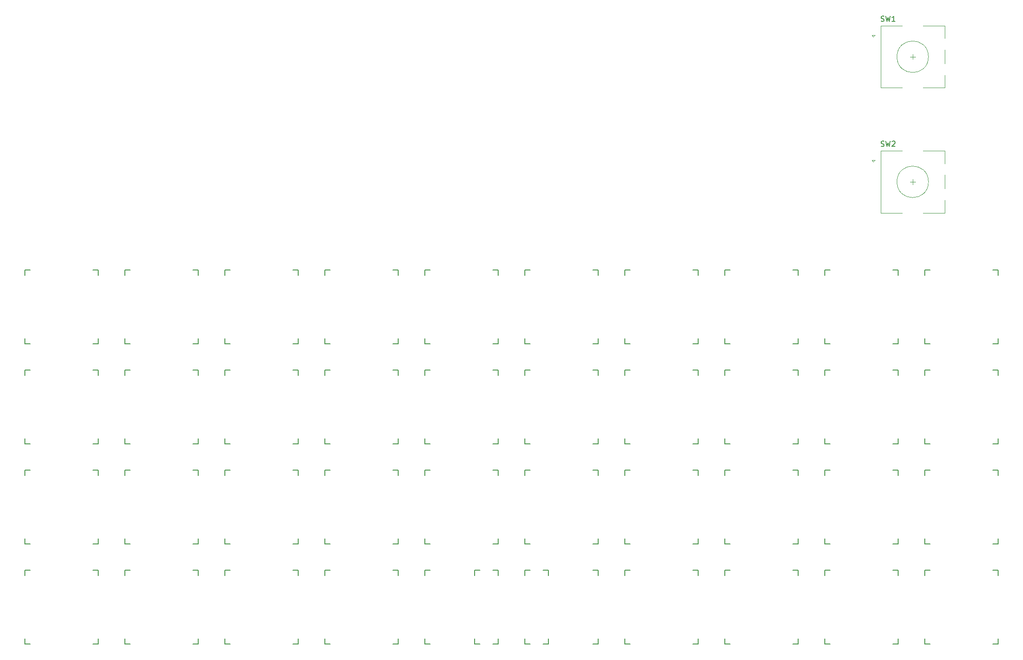
<source format=gbr>
%TF.GenerationSoftware,KiCad,Pcbnew,(6.0.4-0)*%
%TF.CreationDate,2022-09-25T09:44:29-05:00*%
%TF.ProjectId,mekko5X,6d656b6b-6f35-4582-9e6b-696361645f70,rev?*%
%TF.SameCoordinates,Original*%
%TF.FileFunction,Legend,Top*%
%TF.FilePolarity,Positive*%
%FSLAX46Y46*%
G04 Gerber Fmt 4.6, Leading zero omitted, Abs format (unit mm)*
G04 Created by KiCad (PCBNEW (6.0.4-0)) date 2022-09-25 09:44:29*
%MOMM*%
%LPD*%
G01*
G04 APERTURE LIST*
%ADD10C,0.150000*%
%ADD11C,0.120000*%
G04 APERTURE END LIST*
D10*
%TO.C,SW1*%
X178366666Y-20192261D02*
X178509523Y-20239880D01*
X178747619Y-20239880D01*
X178842857Y-20192261D01*
X178890476Y-20144642D01*
X178938095Y-20049404D01*
X178938095Y-19954166D01*
X178890476Y-19858928D01*
X178842857Y-19811309D01*
X178747619Y-19763690D01*
X178557142Y-19716071D01*
X178461904Y-19668452D01*
X178414285Y-19620833D01*
X178366666Y-19525595D01*
X178366666Y-19430357D01*
X178414285Y-19335119D01*
X178461904Y-19287500D01*
X178557142Y-19239880D01*
X178795238Y-19239880D01*
X178938095Y-19287500D01*
X179271428Y-19239880D02*
X179509523Y-20239880D01*
X179700000Y-19525595D01*
X179890476Y-20239880D01*
X180128571Y-19239880D01*
X181033333Y-20239880D02*
X180461904Y-20239880D01*
X180747619Y-20239880D02*
X180747619Y-19239880D01*
X180652380Y-19382738D01*
X180557142Y-19477976D01*
X180461904Y-19525595D01*
%TO.C,SW2*%
X178366666Y-44004761D02*
X178509523Y-44052380D01*
X178747619Y-44052380D01*
X178842857Y-44004761D01*
X178890476Y-43957142D01*
X178938095Y-43861904D01*
X178938095Y-43766666D01*
X178890476Y-43671428D01*
X178842857Y-43623809D01*
X178747619Y-43576190D01*
X178557142Y-43528571D01*
X178461904Y-43480952D01*
X178414285Y-43433333D01*
X178366666Y-43338095D01*
X178366666Y-43242857D01*
X178414285Y-43147619D01*
X178461904Y-43100000D01*
X178557142Y-43052380D01*
X178795238Y-43052380D01*
X178938095Y-43100000D01*
X179271428Y-43052380D02*
X179509523Y-44052380D01*
X179700000Y-43338095D01*
X179890476Y-44052380D01*
X180128571Y-43052380D01*
X180461904Y-43147619D02*
X180509523Y-43100000D01*
X180604761Y-43052380D01*
X180842857Y-43052380D01*
X180938095Y-43100000D01*
X180985714Y-43147619D01*
X181033333Y-43242857D01*
X181033333Y-43338095D01*
X180985714Y-43480952D01*
X180414285Y-44052380D01*
X181033333Y-44052380D01*
%TO.C,SW35*%
X67325000Y-124762500D02*
X67325000Y-125762500D01*
X54325000Y-124762500D02*
X53325000Y-124762500D01*
X67325000Y-137762500D02*
X67325000Y-138762500D01*
X53325000Y-125762500D02*
X53325000Y-124762500D01*
X67325000Y-124762500D02*
X66325000Y-124762500D01*
X53325000Y-138762500D02*
X53325000Y-137762500D01*
X53325000Y-138762500D02*
X54325000Y-138762500D01*
X66325000Y-138762500D02*
X67325000Y-138762500D01*
%TO.C,SW26*%
X72375000Y-119712500D02*
X73375000Y-119712500D01*
X86375000Y-105712500D02*
X86375000Y-106712500D01*
X72375000Y-119712500D02*
X72375000Y-118712500D01*
X86375000Y-118712500D02*
X86375000Y-119712500D01*
X73375000Y-105712500D02*
X72375000Y-105712500D01*
X72375000Y-106712500D02*
X72375000Y-105712500D01*
X86375000Y-105712500D02*
X85375000Y-105712500D01*
X85375000Y-119712500D02*
X86375000Y-119712500D01*
%TO.C,SW24*%
X48275000Y-118712500D02*
X48275000Y-119712500D01*
X34275000Y-106712500D02*
X34275000Y-105712500D01*
X34275000Y-119712500D02*
X35275000Y-119712500D01*
X48275000Y-105712500D02*
X47275000Y-105712500D01*
X35275000Y-105712500D02*
X34275000Y-105712500D01*
X34275000Y-119712500D02*
X34275000Y-118712500D01*
X48275000Y-105712500D02*
X48275000Y-106712500D01*
X47275000Y-119712500D02*
X48275000Y-119712500D01*
%TO.C,SW22*%
X200675000Y-99662500D02*
X200675000Y-100662500D01*
X186675000Y-87662500D02*
X186675000Y-86662500D01*
X200675000Y-86662500D02*
X200675000Y-87662500D01*
X186675000Y-100662500D02*
X186675000Y-99662500D01*
X187675000Y-86662500D02*
X186675000Y-86662500D01*
X199675000Y-100662500D02*
X200675000Y-100662500D01*
X186675000Y-100662500D02*
X187675000Y-100662500D01*
X200675000Y-86662500D02*
X199675000Y-86662500D01*
%TO.C,SW9*%
X129525000Y-81612500D02*
X130525000Y-81612500D01*
X129525000Y-68612500D02*
X129525000Y-67612500D01*
X129525000Y-81612500D02*
X129525000Y-80612500D01*
X143525000Y-67612500D02*
X142525000Y-67612500D01*
X142525000Y-81612500D02*
X143525000Y-81612500D01*
X143525000Y-80612500D02*
X143525000Y-81612500D01*
X143525000Y-67612500D02*
X143525000Y-68612500D01*
X130525000Y-67612500D02*
X129525000Y-67612500D01*
%TO.C,SW18*%
X124475000Y-86662500D02*
X123475000Y-86662500D01*
X123475000Y-100662500D02*
X124475000Y-100662500D01*
X110475000Y-87662500D02*
X110475000Y-86662500D01*
X110475000Y-100662500D02*
X111475000Y-100662500D01*
X124475000Y-86662500D02*
X124475000Y-87662500D01*
X111475000Y-86662500D02*
X110475000Y-86662500D01*
X110475000Y-100662500D02*
X110475000Y-99662500D01*
X124475000Y-99662500D02*
X124475000Y-100662500D01*
%TO.C,SW8*%
X123475000Y-81612500D02*
X124475000Y-81612500D01*
X110475000Y-68612500D02*
X110475000Y-67612500D01*
X124475000Y-67612500D02*
X124475000Y-68612500D01*
X110475000Y-81612500D02*
X111475000Y-81612500D01*
X111475000Y-67612500D02*
X110475000Y-67612500D01*
X124475000Y-80612500D02*
X124475000Y-81612500D01*
X110475000Y-81612500D02*
X110475000Y-80612500D01*
X124475000Y-67612500D02*
X123475000Y-67612500D01*
%TO.C,SW32*%
X186675000Y-119712500D02*
X187675000Y-119712500D01*
X200675000Y-105712500D02*
X200675000Y-106712500D01*
X199675000Y-119712500D02*
X200675000Y-119712500D01*
X200675000Y-105712500D02*
X199675000Y-105712500D01*
X200675000Y-118712500D02*
X200675000Y-119712500D01*
X186675000Y-106712500D02*
X186675000Y-105712500D01*
X187675000Y-105712500D02*
X186675000Y-105712500D01*
X186675000Y-119712500D02*
X186675000Y-118712500D01*
D11*
%TO.C,SW1*%
X190500000Y-25687500D02*
X190500000Y-28287500D01*
X186400000Y-21087500D02*
X190500000Y-21087500D01*
X176900000Y-23187500D02*
X176600000Y-22887500D01*
X190500000Y-30487500D02*
X190500000Y-32887500D01*
X176600000Y-22887500D02*
X177200000Y-22887500D01*
X177200000Y-22887500D02*
X176900000Y-23187500D01*
X182400000Y-32887500D02*
X178300000Y-32887500D01*
X190500000Y-32887500D02*
X186400000Y-32887500D01*
X184400000Y-26487500D02*
X184400000Y-27487500D01*
X190500000Y-21087500D02*
X190500000Y-23487500D01*
X182400000Y-21087500D02*
X178300000Y-21087500D01*
X178300000Y-21087500D02*
X178300000Y-32887500D01*
X183900000Y-26987500D02*
X184900000Y-26987500D01*
X187400000Y-26987500D02*
G75*
G03*
X187400000Y-26987500I-3000000J0D01*
G01*
D10*
%TO.C,SW29*%
X129525000Y-106712500D02*
X129525000Y-105712500D01*
X129525000Y-119712500D02*
X129525000Y-118712500D01*
X143525000Y-105712500D02*
X142525000Y-105712500D01*
X142525000Y-119712500D02*
X143525000Y-119712500D01*
X129525000Y-119712500D02*
X130525000Y-119712500D01*
X130525000Y-105712500D02*
X129525000Y-105712500D01*
X143525000Y-118712500D02*
X143525000Y-119712500D01*
X143525000Y-105712500D02*
X143525000Y-106712500D01*
%TO.C,SW21*%
X167625000Y-100662500D02*
X168625000Y-100662500D01*
X180625000Y-100662500D02*
X181625000Y-100662500D01*
X167625000Y-100662500D02*
X167625000Y-99662500D01*
X181625000Y-99662500D02*
X181625000Y-100662500D01*
X181625000Y-86662500D02*
X181625000Y-87662500D01*
X167625000Y-87662500D02*
X167625000Y-86662500D01*
X168625000Y-86662500D02*
X167625000Y-86662500D01*
X181625000Y-86662500D02*
X180625000Y-86662500D01*
%TO.C,SW5*%
X66325000Y-81612500D02*
X67325000Y-81612500D01*
X67325000Y-67612500D02*
X66325000Y-67612500D01*
X53325000Y-81612500D02*
X54325000Y-81612500D01*
X54325000Y-67612500D02*
X53325000Y-67612500D01*
X53325000Y-68612500D02*
X53325000Y-67612500D01*
X67325000Y-67612500D02*
X67325000Y-68612500D01*
X53325000Y-81612500D02*
X53325000Y-80612500D01*
X67325000Y-80612500D02*
X67325000Y-81612500D01*
%TO.C,SW41*%
X181625000Y-124762500D02*
X180625000Y-124762500D01*
X180625000Y-138762500D02*
X181625000Y-138762500D01*
X167625000Y-138762500D02*
X168625000Y-138762500D01*
X181625000Y-137762500D02*
X181625000Y-138762500D01*
X167625000Y-125762500D02*
X167625000Y-124762500D01*
X181625000Y-124762500D02*
X181625000Y-125762500D01*
X168625000Y-124762500D02*
X167625000Y-124762500D01*
X167625000Y-138762500D02*
X167625000Y-137762500D01*
%TO.C,SW3*%
X15225000Y-68612500D02*
X15225000Y-67612500D01*
X16225000Y-67612500D02*
X15225000Y-67612500D01*
X29225000Y-80612500D02*
X29225000Y-81612500D01*
X15225000Y-81612500D02*
X16225000Y-81612500D01*
X28225000Y-81612500D02*
X29225000Y-81612500D01*
X29225000Y-67612500D02*
X28225000Y-67612500D01*
X15225000Y-81612500D02*
X15225000Y-80612500D01*
X29225000Y-67612500D02*
X29225000Y-68612500D01*
%TO.C,SW42*%
X200675000Y-124762500D02*
X200675000Y-125762500D01*
X199675000Y-138762500D02*
X200675000Y-138762500D01*
X187675000Y-124762500D02*
X186675000Y-124762500D01*
X186675000Y-138762500D02*
X187675000Y-138762500D01*
X186675000Y-138762500D02*
X186675000Y-137762500D01*
X186675000Y-125762500D02*
X186675000Y-124762500D01*
X200675000Y-137762500D02*
X200675000Y-138762500D01*
X200675000Y-124762500D02*
X199675000Y-124762500D01*
%TO.C,SW34*%
X35275000Y-124762500D02*
X34275000Y-124762500D01*
X34275000Y-138762500D02*
X34275000Y-137762500D01*
X48275000Y-137762500D02*
X48275000Y-138762500D01*
X34275000Y-138762500D02*
X35275000Y-138762500D01*
X34275000Y-125762500D02*
X34275000Y-124762500D01*
X48275000Y-124762500D02*
X47275000Y-124762500D01*
X48275000Y-124762500D02*
X48275000Y-125762500D01*
X47275000Y-138762500D02*
X48275000Y-138762500D01*
%TO.C,SW10*%
X161575000Y-81612500D02*
X162575000Y-81612500D01*
X148575000Y-81612500D02*
X148575000Y-80612500D01*
X162575000Y-67612500D02*
X162575000Y-68612500D01*
X149575000Y-67612500D02*
X148575000Y-67612500D01*
X148575000Y-81612500D02*
X149575000Y-81612500D01*
X162575000Y-80612500D02*
X162575000Y-81612500D01*
X148575000Y-68612500D02*
X148575000Y-67612500D01*
X162575000Y-67612500D02*
X161575000Y-67612500D01*
%TO.C,SW30*%
X148575000Y-119712500D02*
X148575000Y-118712500D01*
X161575000Y-119712500D02*
X162575000Y-119712500D01*
X162575000Y-105712500D02*
X162575000Y-106712500D01*
X148575000Y-119712500D02*
X149575000Y-119712500D01*
X162575000Y-118712500D02*
X162575000Y-119712500D01*
X162575000Y-105712500D02*
X161575000Y-105712500D01*
X148575000Y-106712500D02*
X148575000Y-105712500D01*
X149575000Y-105712500D02*
X148575000Y-105712500D01*
%TO.C,SW36*%
X72375000Y-125762500D02*
X72375000Y-124762500D01*
X86375000Y-124762500D02*
X86375000Y-125762500D01*
X72375000Y-138762500D02*
X72375000Y-137762500D01*
X86375000Y-137762500D02*
X86375000Y-138762500D01*
X73375000Y-124762500D02*
X72375000Y-124762500D01*
X72375000Y-138762500D02*
X73375000Y-138762500D01*
X85375000Y-138762500D02*
X86375000Y-138762500D01*
X86375000Y-124762500D02*
X85375000Y-124762500D01*
%TO.C,SW4*%
X48275000Y-67612500D02*
X47275000Y-67612500D01*
X34275000Y-68612500D02*
X34275000Y-67612500D01*
X35275000Y-67612500D02*
X34275000Y-67612500D01*
X34275000Y-81612500D02*
X34275000Y-80612500D01*
X48275000Y-80612500D02*
X48275000Y-81612500D01*
X47275000Y-81612500D02*
X48275000Y-81612500D01*
X48275000Y-67612500D02*
X48275000Y-68612500D01*
X34275000Y-81612500D02*
X35275000Y-81612500D01*
%TO.C,SW31*%
X181625000Y-118712500D02*
X181625000Y-119712500D01*
X180625000Y-119712500D02*
X181625000Y-119712500D01*
X167625000Y-119712500D02*
X167625000Y-118712500D01*
X181625000Y-105712500D02*
X181625000Y-106712500D01*
X181625000Y-105712500D02*
X180625000Y-105712500D01*
X167625000Y-119712500D02*
X168625000Y-119712500D01*
X167625000Y-106712500D02*
X167625000Y-105712500D01*
X168625000Y-105712500D02*
X167625000Y-105712500D01*
%TO.C,SW16*%
X73375000Y-86662500D02*
X72375000Y-86662500D01*
X72375000Y-100662500D02*
X73375000Y-100662500D01*
X86375000Y-86662500D02*
X85375000Y-86662500D01*
X72375000Y-87662500D02*
X72375000Y-86662500D01*
X72375000Y-100662500D02*
X72375000Y-99662500D01*
X86375000Y-86662500D02*
X86375000Y-87662500D01*
X86375000Y-99662500D02*
X86375000Y-100662500D01*
X85375000Y-100662500D02*
X86375000Y-100662500D01*
%TO.C,SW33*%
X29225000Y-137762500D02*
X29225000Y-138762500D01*
X28225000Y-138762500D02*
X29225000Y-138762500D01*
X15225000Y-138762500D02*
X16225000Y-138762500D01*
X16225000Y-124762500D02*
X15225000Y-124762500D01*
X29225000Y-124762500D02*
X29225000Y-125762500D01*
X29225000Y-124762500D02*
X28225000Y-124762500D01*
X15225000Y-125762500D02*
X15225000Y-124762500D01*
X15225000Y-138762500D02*
X15225000Y-137762500D01*
%TO.C,SW7*%
X105425000Y-80612500D02*
X105425000Y-81612500D01*
X105425000Y-67612500D02*
X104425000Y-67612500D01*
X92425000Y-67612500D02*
X91425000Y-67612500D01*
X104425000Y-81612500D02*
X105425000Y-81612500D01*
X91425000Y-81612500D02*
X92425000Y-81612500D01*
X91425000Y-68612500D02*
X91425000Y-67612500D01*
X91425000Y-81612500D02*
X91425000Y-80612500D01*
X105425000Y-67612500D02*
X105425000Y-68612500D01*
%TO.C,SW44*%
X113950000Y-138762500D02*
X114950000Y-138762500D01*
X114950000Y-137762500D02*
X114950000Y-138762500D01*
X100950000Y-138762500D02*
X100950000Y-137762500D01*
X114950000Y-124762500D02*
X114950000Y-125762500D01*
X100950000Y-125762500D02*
X100950000Y-124762500D01*
X100950000Y-138762500D02*
X101950000Y-138762500D01*
X101950000Y-124762500D02*
X100950000Y-124762500D01*
X114950000Y-124762500D02*
X113950000Y-124762500D01*
D11*
%TO.C,SW2*%
X177200000Y-46700000D02*
X176900000Y-47000000D01*
X176900000Y-47000000D02*
X176600000Y-46700000D01*
X190500000Y-56700000D02*
X186400000Y-56700000D01*
X182400000Y-56700000D02*
X178300000Y-56700000D01*
X184400000Y-50300000D02*
X184400000Y-51300000D01*
X182400000Y-44900000D02*
X178300000Y-44900000D01*
X176600000Y-46700000D02*
X177200000Y-46700000D01*
X190500000Y-54300000D02*
X190500000Y-56700000D01*
X190500000Y-49500000D02*
X190500000Y-52100000D01*
X178300000Y-44900000D02*
X178300000Y-56700000D01*
X186400000Y-44900000D02*
X190500000Y-44900000D01*
X190500000Y-44900000D02*
X190500000Y-47300000D01*
X183900000Y-50800000D02*
X184900000Y-50800000D01*
X187400000Y-50800000D02*
G75*
G03*
X187400000Y-50800000I-3000000J0D01*
G01*
D10*
%TO.C,SW37*%
X92425000Y-124762500D02*
X91425000Y-124762500D01*
X105425000Y-124762500D02*
X105425000Y-125762500D01*
X105425000Y-137762500D02*
X105425000Y-138762500D01*
X91425000Y-125762500D02*
X91425000Y-124762500D01*
X91425000Y-138762500D02*
X92425000Y-138762500D01*
X104425000Y-138762500D02*
X105425000Y-138762500D01*
X105425000Y-124762500D02*
X104425000Y-124762500D01*
X91425000Y-138762500D02*
X91425000Y-137762500D01*
%TO.C,SW27*%
X104425000Y-119712500D02*
X105425000Y-119712500D01*
X105425000Y-105712500D02*
X105425000Y-106712500D01*
X105425000Y-105712500D02*
X104425000Y-105712500D01*
X91425000Y-119712500D02*
X91425000Y-118712500D01*
X105425000Y-118712500D02*
X105425000Y-119712500D01*
X91425000Y-106712500D02*
X91425000Y-105712500D01*
X91425000Y-119712500D02*
X92425000Y-119712500D01*
X92425000Y-105712500D02*
X91425000Y-105712500D01*
%TO.C,SW11*%
X167625000Y-81612500D02*
X167625000Y-80612500D01*
X168625000Y-67612500D02*
X167625000Y-67612500D01*
X180625000Y-81612500D02*
X181625000Y-81612500D01*
X167625000Y-68612500D02*
X167625000Y-67612500D01*
X167625000Y-81612500D02*
X168625000Y-81612500D01*
X181625000Y-80612500D02*
X181625000Y-81612500D01*
X181625000Y-67612500D02*
X181625000Y-68612500D01*
X181625000Y-67612500D02*
X180625000Y-67612500D01*
%TO.C,SW20*%
X148575000Y-100662500D02*
X149575000Y-100662500D01*
X162575000Y-99662500D02*
X162575000Y-100662500D01*
X148575000Y-87662500D02*
X148575000Y-86662500D01*
X162575000Y-86662500D02*
X161575000Y-86662500D01*
X149575000Y-86662500D02*
X148575000Y-86662500D01*
X162575000Y-86662500D02*
X162575000Y-87662500D01*
X148575000Y-100662500D02*
X148575000Y-99662500D01*
X161575000Y-100662500D02*
X162575000Y-100662500D01*
%TO.C,SW15*%
X53325000Y-100662500D02*
X53325000Y-99662500D01*
X67325000Y-99662500D02*
X67325000Y-100662500D01*
X66325000Y-100662500D02*
X67325000Y-100662500D01*
X53325000Y-100662500D02*
X54325000Y-100662500D01*
X67325000Y-86662500D02*
X67325000Y-87662500D01*
X53325000Y-87662500D02*
X53325000Y-86662500D01*
X54325000Y-86662500D02*
X53325000Y-86662500D01*
X67325000Y-86662500D02*
X66325000Y-86662500D01*
%TO.C,SW38*%
X124475000Y-137762500D02*
X124475000Y-138762500D01*
X110475000Y-125762500D02*
X110475000Y-124762500D01*
X124475000Y-124762500D02*
X124475000Y-125762500D01*
X124475000Y-124762500D02*
X123475000Y-124762500D01*
X111475000Y-124762500D02*
X110475000Y-124762500D01*
X110475000Y-138762500D02*
X111475000Y-138762500D01*
X110475000Y-138762500D02*
X110475000Y-137762500D01*
X123475000Y-138762500D02*
X124475000Y-138762500D01*
%TO.C,SW39*%
X142525000Y-138762500D02*
X143525000Y-138762500D01*
X143525000Y-124762500D02*
X143525000Y-125762500D01*
X130525000Y-124762500D02*
X129525000Y-124762500D01*
X143525000Y-137762500D02*
X143525000Y-138762500D01*
X143525000Y-124762500D02*
X142525000Y-124762500D01*
X129525000Y-125762500D02*
X129525000Y-124762500D01*
X129525000Y-138762500D02*
X130525000Y-138762500D01*
X129525000Y-138762500D02*
X129525000Y-137762500D01*
%TO.C,SW19*%
X129525000Y-100662500D02*
X129525000Y-99662500D01*
X130525000Y-86662500D02*
X129525000Y-86662500D01*
X143525000Y-86662500D02*
X143525000Y-87662500D01*
X129525000Y-87662500D02*
X129525000Y-86662500D01*
X143525000Y-99662500D02*
X143525000Y-100662500D01*
X129525000Y-100662500D02*
X130525000Y-100662500D01*
X143525000Y-86662500D02*
X142525000Y-86662500D01*
X142525000Y-100662500D02*
X143525000Y-100662500D01*
%TO.C,SW6*%
X72375000Y-81612500D02*
X72375000Y-80612500D01*
X72375000Y-68612500D02*
X72375000Y-67612500D01*
X73375000Y-67612500D02*
X72375000Y-67612500D01*
X72375000Y-81612500D02*
X73375000Y-81612500D01*
X85375000Y-81612500D02*
X86375000Y-81612500D01*
X86375000Y-80612500D02*
X86375000Y-81612500D01*
X86375000Y-67612500D02*
X86375000Y-68612500D01*
X86375000Y-67612500D02*
X85375000Y-67612500D01*
%TO.C,SW13*%
X16225000Y-86662500D02*
X15225000Y-86662500D01*
X29225000Y-99662500D02*
X29225000Y-100662500D01*
X15225000Y-87662500D02*
X15225000Y-86662500D01*
X28225000Y-100662500D02*
X29225000Y-100662500D01*
X15225000Y-100662500D02*
X16225000Y-100662500D01*
X15225000Y-100662500D02*
X15225000Y-99662500D01*
X29225000Y-86662500D02*
X28225000Y-86662500D01*
X29225000Y-86662500D02*
X29225000Y-87662500D01*
%TO.C,SW28*%
X110475000Y-119712500D02*
X111475000Y-119712500D01*
X124475000Y-105712500D02*
X123475000Y-105712500D01*
X110475000Y-119712500D02*
X110475000Y-118712500D01*
X110475000Y-106712500D02*
X110475000Y-105712500D01*
X111475000Y-105712500D02*
X110475000Y-105712500D01*
X124475000Y-105712500D02*
X124475000Y-106712500D01*
X124475000Y-118712500D02*
X124475000Y-119712500D01*
X123475000Y-119712500D02*
X124475000Y-119712500D01*
%TO.C,SW25*%
X53325000Y-119712500D02*
X54325000Y-119712500D01*
X67325000Y-105712500D02*
X66325000Y-105712500D01*
X53325000Y-106712500D02*
X53325000Y-105712500D01*
X53325000Y-119712500D02*
X53325000Y-118712500D01*
X67325000Y-118712500D02*
X67325000Y-119712500D01*
X54325000Y-105712500D02*
X53325000Y-105712500D01*
X67325000Y-105712500D02*
X67325000Y-106712500D01*
X66325000Y-119712500D02*
X67325000Y-119712500D01*
%TO.C,SW40*%
X162575000Y-137762500D02*
X162575000Y-138762500D01*
X148575000Y-125762500D02*
X148575000Y-124762500D01*
X162575000Y-124762500D02*
X161575000Y-124762500D01*
X161575000Y-138762500D02*
X162575000Y-138762500D01*
X148575000Y-138762500D02*
X149575000Y-138762500D01*
X162575000Y-124762500D02*
X162575000Y-125762500D01*
X149575000Y-124762500D02*
X148575000Y-124762500D01*
X148575000Y-138762500D02*
X148575000Y-137762500D01*
%TO.C,SW17*%
X105425000Y-86662500D02*
X104425000Y-86662500D01*
X91425000Y-100662500D02*
X91425000Y-99662500D01*
X105425000Y-86662500D02*
X105425000Y-87662500D01*
X104425000Y-100662500D02*
X105425000Y-100662500D01*
X91425000Y-87662500D02*
X91425000Y-86662500D01*
X91425000Y-100662500D02*
X92425000Y-100662500D01*
X92425000Y-86662500D02*
X91425000Y-86662500D01*
X105425000Y-99662500D02*
X105425000Y-100662500D01*
%TO.C,SW23*%
X16225000Y-105712500D02*
X15225000Y-105712500D01*
X15225000Y-106712500D02*
X15225000Y-105712500D01*
X29225000Y-105712500D02*
X28225000Y-105712500D01*
X15225000Y-119712500D02*
X16225000Y-119712500D01*
X15225000Y-119712500D02*
X15225000Y-118712500D01*
X28225000Y-119712500D02*
X29225000Y-119712500D01*
X29225000Y-105712500D02*
X29225000Y-106712500D01*
X29225000Y-118712500D02*
X29225000Y-119712500D01*
%TO.C,SW14*%
X48275000Y-86662500D02*
X48275000Y-87662500D01*
X48275000Y-99662500D02*
X48275000Y-100662500D01*
X48275000Y-86662500D02*
X47275000Y-86662500D01*
X35275000Y-86662500D02*
X34275000Y-86662500D01*
X34275000Y-87662500D02*
X34275000Y-86662500D01*
X34275000Y-100662500D02*
X35275000Y-100662500D01*
X47275000Y-100662500D02*
X48275000Y-100662500D01*
X34275000Y-100662500D02*
X34275000Y-99662500D01*
%TO.C,SW12*%
X186675000Y-81612500D02*
X186675000Y-80612500D01*
X200675000Y-80612500D02*
X200675000Y-81612500D01*
X199675000Y-81612500D02*
X200675000Y-81612500D01*
X200675000Y-67612500D02*
X199675000Y-67612500D01*
X187675000Y-67612500D02*
X186675000Y-67612500D01*
X200675000Y-67612500D02*
X200675000Y-68612500D01*
X186675000Y-81612500D02*
X187675000Y-81612500D01*
X186675000Y-68612500D02*
X186675000Y-67612500D01*
%TD*%
M02*

</source>
